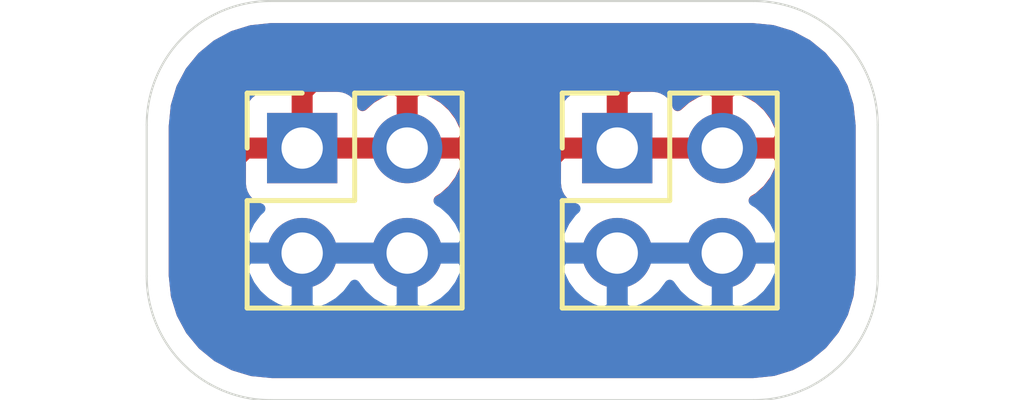
<source format=kicad_pcb>
(kicad_pcb (version 20171130) (host pcbnew "(5.1.4)-1")

  (general
    (thickness 1.6)
    (drawings 24)
    (tracks 0)
    (zones 0)
    (modules 2)
    (nets 3)
  )

  (page A4)
  (layers
    (0 F.Cu signal)
    (31 B.Cu signal)
    (32 B.Adhes user)
    (33 F.Adhes user)
    (34 B.Paste user)
    (35 F.Paste user)
    (36 B.SilkS user)
    (37 F.SilkS user)
    (38 B.Mask user)
    (39 F.Mask user)
    (40 Dwgs.User user hide)
    (41 Cmts.User user)
    (42 Eco1.User user)
    (43 Eco2.User user)
    (44 Edge.Cuts user)
    (45 Margin user)
    (46 B.CrtYd user)
    (47 F.CrtYd user)
    (48 B.Fab user)
    (49 F.Fab user)
  )

  (setup
    (last_trace_width 0.25)
    (trace_clearance 0.2)
    (zone_clearance 0.508)
    (zone_45_only no)
    (trace_min 0.2)
    (via_size 0.8)
    (via_drill 0.4)
    (via_min_size 0.4)
    (via_min_drill 0.3)
    (uvia_size 0.3)
    (uvia_drill 0.1)
    (uvias_allowed no)
    (uvia_min_size 0.2)
    (uvia_min_drill 0.1)
    (edge_width 0.05)
    (segment_width 0.2)
    (pcb_text_width 0.3)
    (pcb_text_size 1.5 1.5)
    (mod_edge_width 0.12)
    (mod_text_size 1 1)
    (mod_text_width 0.15)
    (pad_size 1.524 1.524)
    (pad_drill 0.762)
    (pad_to_mask_clearance 0.051)
    (solder_mask_min_width 0.25)
    (aux_axis_origin 0 0)
    (visible_elements FFFFFF7F)
    (pcbplotparams
      (layerselection 0x010fc_ffffffff)
      (usegerberextensions false)
      (usegerberattributes false)
      (usegerberadvancedattributes false)
      (creategerberjobfile false)
      (excludeedgelayer true)
      (linewidth 0.100000)
      (plotframeref false)
      (viasonmask false)
      (mode 1)
      (useauxorigin false)
      (hpglpennumber 1)
      (hpglpenspeed 20)
      (hpglpendiameter 15.000000)
      (psnegative false)
      (psa4output false)
      (plotreference true)
      (plotvalue true)
      (plotinvisibletext false)
      (padsonsilk false)
      (subtractmaskfromsilk false)
      (outputformat 1)
      (mirror false)
      (drillshape 1)
      (scaleselection 1)
      (outputdirectory ""))
  )

  (net 0 "")
  (net 1 /Power2)
  (net 2 /Power1)

  (net_class Default "This is the default net class."
    (clearance 0.2)
    (trace_width 0.25)
    (via_dia 0.8)
    (via_drill 0.4)
    (uvia_dia 0.3)
    (uvia_drill 0.1)
    (add_net /Power1)
    (add_net /Power2)
  )

  (module Connector_PinHeader_2.54mm:PinHeader_2x02_P2.54mm_Vertical (layer F.Cu) (tedit 59FED5CC) (tstamp 6275A000)
    (at 147.066 107.0356)
    (descr "Through hole straight pin header, 2x02, 2.54mm pitch, double rows")
    (tags "Through hole pin header THT 2x02 2.54mm double row")
    (path /627556C5)
    (fp_text reference J2 (at 1.27 -2.33) (layer F.SilkS) hide
      (effects (font (size 1 1) (thickness 0.15)))
    )
    (fp_text value Conn_02x02_Odd_Even (at 1.27 4.87) (layer F.Fab)
      (effects (font (size 1 1) (thickness 0.15)))
    )
    (fp_text user %R (at 1.27 1.27 90) (layer F.Fab)
      (effects (font (size 1 1) (thickness 0.15)))
    )
    (fp_line (start 4.35 -1.8) (end -1.8 -1.8) (layer F.CrtYd) (width 0.05))
    (fp_line (start 4.35 4.35) (end 4.35 -1.8) (layer F.CrtYd) (width 0.05))
    (fp_line (start -1.8 4.35) (end 4.35 4.35) (layer F.CrtYd) (width 0.05))
    (fp_line (start -1.8 -1.8) (end -1.8 4.35) (layer F.CrtYd) (width 0.05))
    (fp_line (start -1.33 -1.33) (end 0 -1.33) (layer F.SilkS) (width 0.12))
    (fp_line (start -1.33 0) (end -1.33 -1.33) (layer F.SilkS) (width 0.12))
    (fp_line (start 1.27 -1.33) (end 3.87 -1.33) (layer F.SilkS) (width 0.12))
    (fp_line (start 1.27 1.27) (end 1.27 -1.33) (layer F.SilkS) (width 0.12))
    (fp_line (start -1.33 1.27) (end 1.27 1.27) (layer F.SilkS) (width 0.12))
    (fp_line (start 3.87 -1.33) (end 3.87 3.87) (layer F.SilkS) (width 0.12))
    (fp_line (start -1.33 1.27) (end -1.33 3.87) (layer F.SilkS) (width 0.12))
    (fp_line (start -1.33 3.87) (end 3.87 3.87) (layer F.SilkS) (width 0.12))
    (fp_line (start -1.27 0) (end 0 -1.27) (layer F.Fab) (width 0.1))
    (fp_line (start -1.27 3.81) (end -1.27 0) (layer F.Fab) (width 0.1))
    (fp_line (start 3.81 3.81) (end -1.27 3.81) (layer F.Fab) (width 0.1))
    (fp_line (start 3.81 -1.27) (end 3.81 3.81) (layer F.Fab) (width 0.1))
    (fp_line (start 0 -1.27) (end 3.81 -1.27) (layer F.Fab) (width 0.1))
    (pad 4 thru_hole oval (at 2.54 2.54) (size 1.7 1.7) (drill 1) (layers *.Cu *.Mask)
      (net 1 /Power2))
    (pad 3 thru_hole oval (at 0 2.54) (size 1.7 1.7) (drill 1) (layers *.Cu *.Mask)
      (net 1 /Power2))
    (pad 2 thru_hole oval (at 2.54 0) (size 1.7 1.7) (drill 1) (layers *.Cu *.Mask)
      (net 2 /Power1))
    (pad 1 thru_hole rect (at 0 0) (size 1.7 1.7) (drill 1) (layers *.Cu *.Mask)
      (net 2 /Power1))
    (model ${KISYS3DMOD}/Connector_PinHeader_2.54mm.3dshapes/PinHeader_2x02_P2.54mm_Vertical.wrl
      (at (xyz 0 0 0))
      (scale (xyz 1 1 1))
      (rotate (xyz 0 0 0))
    )
  )

  (module Connector_PinHeader_2.54mm:PinHeader_2x02_P2.54mm_Vertical (layer F.Cu) (tedit 59FED5CC) (tstamp 62759F0B)
    (at 139.446 107.0356)
    (descr "Through hole straight pin header, 2x02, 2.54mm pitch, double rows")
    (tags "Through hole pin header THT 2x02 2.54mm double row")
    (path /62754DA5)
    (fp_text reference J1 (at 1.27 -2.33) (layer F.SilkS) hide
      (effects (font (size 1 1) (thickness 0.15)))
    )
    (fp_text value Conn_02x02_Odd_Even (at 1.27 4.87) (layer F.Fab)
      (effects (font (size 1 1) (thickness 0.15)))
    )
    (fp_text user %R (at 1.27 1.27 90) (layer F.Fab)
      (effects (font (size 1 1) (thickness 0.15)))
    )
    (fp_line (start 4.35 -1.8) (end -1.8 -1.8) (layer F.CrtYd) (width 0.05))
    (fp_line (start 4.35 4.35) (end 4.35 -1.8) (layer F.CrtYd) (width 0.05))
    (fp_line (start -1.8 4.35) (end 4.35 4.35) (layer F.CrtYd) (width 0.05))
    (fp_line (start -1.8 -1.8) (end -1.8 4.35) (layer F.CrtYd) (width 0.05))
    (fp_line (start -1.33 -1.33) (end 0 -1.33) (layer F.SilkS) (width 0.12))
    (fp_line (start -1.33 0) (end -1.33 -1.33) (layer F.SilkS) (width 0.12))
    (fp_line (start 1.27 -1.33) (end 3.87 -1.33) (layer F.SilkS) (width 0.12))
    (fp_line (start 1.27 1.27) (end 1.27 -1.33) (layer F.SilkS) (width 0.12))
    (fp_line (start -1.33 1.27) (end 1.27 1.27) (layer F.SilkS) (width 0.12))
    (fp_line (start 3.87 -1.33) (end 3.87 3.87) (layer F.SilkS) (width 0.12))
    (fp_line (start -1.33 1.27) (end -1.33 3.87) (layer F.SilkS) (width 0.12))
    (fp_line (start -1.33 3.87) (end 3.87 3.87) (layer F.SilkS) (width 0.12))
    (fp_line (start -1.27 0) (end 0 -1.27) (layer F.Fab) (width 0.1))
    (fp_line (start -1.27 3.81) (end -1.27 0) (layer F.Fab) (width 0.1))
    (fp_line (start 3.81 3.81) (end -1.27 3.81) (layer F.Fab) (width 0.1))
    (fp_line (start 3.81 -1.27) (end 3.81 3.81) (layer F.Fab) (width 0.1))
    (fp_line (start 0 -1.27) (end 3.81 -1.27) (layer F.Fab) (width 0.1))
    (pad 4 thru_hole oval (at 2.54 2.54) (size 1.7 1.7) (drill 1) (layers *.Cu *.Mask)
      (net 1 /Power2))
    (pad 3 thru_hole oval (at 0 2.54) (size 1.7 1.7) (drill 1) (layers *.Cu *.Mask)
      (net 1 /Power2))
    (pad 2 thru_hole oval (at 2.54 0) (size 1.7 1.7) (drill 1) (layers *.Cu *.Mask)
      (net 2 /Power1))
    (pad 1 thru_hole rect (at 0 0) (size 1.7 1.7) (drill 1) (layers *.Cu *.Mask)
      (net 2 /Power1))
    (model ${KISYS3DMOD}/Connector_PinHeader_2.54mm.3dshapes/PinHeader_2x02_P2.54mm_Vertical.wrl
      (at (xyz 0 0 0))
      (scale (xyz 1 1 1))
      (rotate (xyz 0 0 0))
    )
  )

  (gr_line (start 153.3652 106.4768) (end 153.3652 110.1344) (layer Edge.Cuts) (width 0.05) (tstamp 6275A0AF))
  (gr_line (start 138.684 103.4796) (end 150.368 103.4796) (layer Edge.Cuts) (width 0.05) (tstamp 6275A0AE))
  (gr_line (start 135.6868 110.1344) (end 135.6868 106.4768) (layer Edge.Cuts) (width 0.05) (tstamp 6275A0AD))
  (gr_line (start 150.368 113.1316) (end 138.684 113.1316) (layer Edge.Cuts) (width 0.05) (tstamp 6275A0AC))
  (gr_line (start 135.6868 108.3056) (end 135.6868 103.4796) (layer Dwgs.User) (width 0.15) (tstamp 6275A09E))
  (gr_line (start 135.6868 113.1316) (end 135.6868 108.3056) (layer Dwgs.User) (width 0.15) (tstamp 6275A09C))
  (gr_line (start 153.3652 113.1316) (end 153.3652 108.3056) (layer Dwgs.User) (width 0.15) (tstamp 6275A09A))
  (gr_line (start 153.3652 108.3056) (end 153.3652 103.4796) (layer Dwgs.User) (width 0.15) (tstamp 6275A098))
  (gr_line (start 135.6868 103.4796) (end 144.526 103.4796) (layer Dwgs.User) (width 0.15) (tstamp 6275A095))
  (gr_line (start 153.3652 103.4796) (end 144.526 103.4796) (layer Dwgs.User) (width 0.15) (tstamp 6275A092))
  (gr_line (start 153.3652 113.1316) (end 144.526 113.1316) (layer Dwgs.User) (width 0.15) (tstamp 6275A08E))
  (gr_line (start 135.6868 113.1316) (end 144.526 113.1316) (layer Dwgs.User) (width 0.15) (tstamp 6275A08C))
  (gr_line (start 144.526 113.1316) (end 144.526 108.3056) (layer Dwgs.User) (width 0.15) (tstamp 6275A088))
  (gr_line (start 144.526 108.3056) (end 144.526 103.4796) (layer Dwgs.User) (width 0.15))
  (gr_line (start 135.6868 108.3056) (end 144.526 108.3056) (layer Dwgs.User) (width 0.15) (tstamp 6275A085))
  (gr_line (start 144.526 108.3056) (end 153.3652 108.3056) (layer Dwgs.User) (width 0.15))
  (gr_line (start 139.446 109.5756) (end 149.606 107.0356) (layer Dwgs.User) (width 0.15))
  (gr_line (start 139.446 107.0356) (end 149.606 109.5756) (layer Dwgs.User) (width 0.15))
  (dimension 10.16 (width 0.15) (layer Dwgs.User)
    (gr_text "10.160 mm" (at 144.526 95.7788) (layer Dwgs.User)
      (effects (font (size 1 1) (thickness 0.15)))
    )
    (feature1 (pts (xy 149.606 107.0356) (xy 149.606 96.492379)))
    (feature2 (pts (xy 139.446 107.0356) (xy 139.446 96.492379)))
    (crossbar (pts (xy 139.446 97.0788) (xy 149.606 97.0788)))
    (arrow1a (pts (xy 149.606 97.0788) (xy 148.479496 97.665221)))
    (arrow1b (pts (xy 149.606 97.0788) (xy 148.479496 96.492379)))
    (arrow2a (pts (xy 139.446 97.0788) (xy 140.572504 97.665221)))
    (arrow2b (pts (xy 139.446 97.0788) (xy 140.572504 96.492379)))
  )
  (dimension 5.08 (width 0.15) (layer Dwgs.User)
    (gr_text "5.080 mm" (at 144.526 98.7252) (layer Dwgs.User)
      (effects (font (size 1 1) (thickness 0.15)))
    )
    (feature1 (pts (xy 147.066 107.0356) (xy 147.066 99.438779)))
    (feature2 (pts (xy 141.986 107.0356) (xy 141.986 99.438779)))
    (crossbar (pts (xy 141.986 100.0252) (xy 147.066 100.0252)))
    (arrow1a (pts (xy 147.066 100.0252) (xy 145.939496 100.611621)))
    (arrow1b (pts (xy 147.066 100.0252) (xy 145.939496 99.438779)))
    (arrow2a (pts (xy 141.986 100.0252) (xy 143.112504 100.611621)))
    (arrow2b (pts (xy 141.986 100.0252) (xy 143.112504 99.438779)))
  )
  (gr_arc (start 138.684 110.1344) (end 135.6868 110.1344) (angle -90) (layer Edge.Cuts) (width 0.05) (tstamp 62759F62))
  (gr_arc (start 150.368 110.1344) (end 150.368 113.1316) (angle -90) (layer Edge.Cuts) (width 0.05) (tstamp 62759F5D))
  (gr_arc (start 138.684 106.4768) (end 138.684 103.4796) (angle -90) (layer Edge.Cuts) (width 0.05) (tstamp 62759F59))
  (gr_arc (start 150.368 106.4768) (end 153.3652 106.4768) (angle -90) (layer Edge.Cuts) (width 0.05))

  (zone (net 2) (net_name /Power1) (layer F.Cu) (tstamp 0) (hatch edge 0.508)
    (connect_pads (clearance 0.508))
    (min_thickness 0.254)
    (fill yes (arc_segments 32) (thermal_gap 0.508) (thermal_bridge_width 0.508))
    (polygon
      (pts
        (xy 135.6868 110.236) (xy 135.6868 110.3376) (xy 135.6868 110.3884) (xy 135.7376 110.6932) (xy 135.89 111.2012)
        (xy 135.9916 111.506) (xy 136.2964 111.9124) (xy 136.7028 112.3696) (xy 137.2108 112.7252) (xy 137.8712 113.03)
        (xy 138.6332 113.1316) (xy 139.954 113.1316) (xy 141.6812 113.1316) (xy 149.3012 113.1316) (xy 150.622 113.1316)
        (xy 151.3332 112.9792) (xy 151.8412 112.7252) (xy 152.4508 112.3188) (xy 152.8064 111.8616) (xy 153.0604 111.4044)
        (xy 153.2636 110.8456) (xy 153.3144 110.49) (xy 153.3652 110.1852) (xy 153.3652 109.3724) (xy 153.3652 108.6612)
        (xy 153.3652 107.188) (xy 153.3652 106.3752) (xy 153.3144 106.0704) (xy 153.2636 105.664) (xy 153.0604 105.156)
        (xy 152.8064 104.7496) (xy 152.5016 104.394) (xy 152.146 104.0892) (xy 151.7396 103.8352) (xy 151.2316 103.632)
        (xy 150.7236 103.5304) (xy 150.114 103.4796) (xy 138.6332 103.4796) (xy 138.0236 103.5812) (xy 137.414 103.7844)
        (xy 136.8552 104.14) (xy 136.3472 104.648) (xy 136.0932 105.0036) (xy 135.8392 105.5624) (xy 135.7376 106.172)
        (xy 135.6868 106.9848) (xy 135.636 108.1024) (xy 135.6868 109.1692) (xy 135.6868 110.0836)
      )
    )
    (filled_polygon
      (pts
        (xy 150.821347 104.187216) (xy 151.257432 104.318878) (xy 151.659635 104.532732) (xy 152.01264 104.820637) (xy 152.303002 105.171623)
        (xy 152.51966 105.572323) (xy 152.654364 106.007481) (xy 152.7052 106.491164) (xy 152.705201 110.102111) (xy 152.657584 110.587748)
        (xy 152.525922 111.023831) (xy 152.312067 111.426036) (xy 152.024163 111.77904) (xy 151.673174 112.069403) (xy 151.272477 112.28606)
        (xy 150.837319 112.420764) (xy 150.353644 112.4716) (xy 138.716279 112.4716) (xy 138.230652 112.423984) (xy 137.794569 112.292322)
        (xy 137.392364 112.078467) (xy 137.03936 111.790563) (xy 136.748997 111.439574) (xy 136.53234 111.038877) (xy 136.397636 110.603719)
        (xy 136.3468 110.120044) (xy 136.3468 109.5756) (xy 137.953815 109.5756) (xy 137.982487 109.866711) (xy 138.067401 110.146634)
        (xy 138.205294 110.404614) (xy 138.390866 110.630734) (xy 138.616986 110.816306) (xy 138.874966 110.954199) (xy 139.154889 111.039113)
        (xy 139.37305 111.0606) (xy 139.51895 111.0606) (xy 139.737111 111.039113) (xy 140.017034 110.954199) (xy 140.275014 110.816306)
        (xy 140.501134 110.630734) (xy 140.686706 110.404614) (xy 140.716 110.349809) (xy 140.745294 110.404614) (xy 140.930866 110.630734)
        (xy 141.156986 110.816306) (xy 141.414966 110.954199) (xy 141.694889 111.039113) (xy 141.91305 111.0606) (xy 142.05895 111.0606)
        (xy 142.277111 111.039113) (xy 142.557034 110.954199) (xy 142.815014 110.816306) (xy 143.041134 110.630734) (xy 143.226706 110.404614)
        (xy 143.364599 110.146634) (xy 143.449513 109.866711) (xy 143.478185 109.5756) (xy 145.573815 109.5756) (xy 145.602487 109.866711)
        (xy 145.687401 110.146634) (xy 145.825294 110.404614) (xy 146.010866 110.630734) (xy 146.236986 110.816306) (xy 146.494966 110.954199)
        (xy 146.774889 111.039113) (xy 146.99305 111.0606) (xy 147.13895 111.0606) (xy 147.357111 111.039113) (xy 147.637034 110.954199)
        (xy 147.895014 110.816306) (xy 148.121134 110.630734) (xy 148.306706 110.404614) (xy 148.336 110.349809) (xy 148.365294 110.404614)
        (xy 148.550866 110.630734) (xy 148.776986 110.816306) (xy 149.034966 110.954199) (xy 149.314889 111.039113) (xy 149.53305 111.0606)
        (xy 149.67895 111.0606) (xy 149.897111 111.039113) (xy 150.177034 110.954199) (xy 150.435014 110.816306) (xy 150.661134 110.630734)
        (xy 150.846706 110.404614) (xy 150.984599 110.146634) (xy 151.069513 109.866711) (xy 151.098185 109.5756) (xy 151.069513 109.284489)
        (xy 150.984599 109.004566) (xy 150.846706 108.746586) (xy 150.661134 108.520466) (xy 150.435014 108.334894) (xy 150.370477 108.300399)
        (xy 150.487355 108.230778) (xy 150.703588 108.035869) (xy 150.877641 107.80252) (xy 151.002825 107.539699) (xy 151.047476 107.39249)
        (xy 150.926155 107.1626) (xy 149.733 107.1626) (xy 149.733 107.1826) (xy 149.479 107.1826) (xy 149.479 107.1626)
        (xy 147.193 107.1626) (xy 147.193 107.1826) (xy 146.939 107.1826) (xy 146.939 107.1626) (xy 145.73975 107.1626)
        (xy 145.581 107.32135) (xy 145.577928 107.8856) (xy 145.590188 108.010082) (xy 145.626498 108.12978) (xy 145.685463 108.240094)
        (xy 145.764815 108.336785) (xy 145.861506 108.416137) (xy 145.97182 108.475102) (xy 146.040687 108.495993) (xy 146.010866 108.520466)
        (xy 145.825294 108.746586) (xy 145.687401 109.004566) (xy 145.602487 109.284489) (xy 145.573815 109.5756) (xy 143.478185 109.5756)
        (xy 143.449513 109.284489) (xy 143.364599 109.004566) (xy 143.226706 108.746586) (xy 143.041134 108.520466) (xy 142.815014 108.334894)
        (xy 142.750477 108.300399) (xy 142.867355 108.230778) (xy 143.083588 108.035869) (xy 143.257641 107.80252) (xy 143.382825 107.539699)
        (xy 143.427476 107.39249) (xy 143.306155 107.1626) (xy 142.113 107.1626) (xy 142.113 107.1826) (xy 141.859 107.1826)
        (xy 141.859 107.1626) (xy 139.573 107.1626) (xy 139.573 107.1826) (xy 139.319 107.1826) (xy 139.319 107.1626)
        (xy 138.11975 107.1626) (xy 137.961 107.32135) (xy 137.957928 107.8856) (xy 137.970188 108.010082) (xy 138.006498 108.12978)
        (xy 138.065463 108.240094) (xy 138.144815 108.336785) (xy 138.241506 108.416137) (xy 138.35182 108.475102) (xy 138.420687 108.495993)
        (xy 138.390866 108.520466) (xy 138.205294 108.746586) (xy 138.067401 109.004566) (xy 137.982487 109.284489) (xy 137.953815 109.5756)
        (xy 136.3468 109.5756) (xy 136.3468 106.509079) (xy 136.378517 106.1856) (xy 137.957928 106.1856) (xy 137.961 106.74985)
        (xy 138.11975 106.9086) (xy 139.319 106.9086) (xy 139.319 105.70935) (xy 139.573 105.70935) (xy 139.573 106.9086)
        (xy 141.859 106.9086) (xy 141.859 105.714786) (xy 142.113 105.714786) (xy 142.113 106.9086) (xy 143.306155 106.9086)
        (xy 143.427476 106.67871) (xy 143.382825 106.531501) (xy 143.257641 106.26868) (xy 143.195673 106.1856) (xy 145.577928 106.1856)
        (xy 145.581 106.74985) (xy 145.73975 106.9086) (xy 146.939 106.9086) (xy 146.939 105.70935) (xy 147.193 105.70935)
        (xy 147.193 106.9086) (xy 149.479 106.9086) (xy 149.479 105.714786) (xy 149.733 105.714786) (xy 149.733 106.9086)
        (xy 150.926155 106.9086) (xy 151.047476 106.67871) (xy 151.002825 106.531501) (xy 150.877641 106.26868) (xy 150.703588 106.035331)
        (xy 150.487355 105.840422) (xy 150.237252 105.691443) (xy 149.962891 105.594119) (xy 149.733 105.714786) (xy 149.479 105.714786)
        (xy 149.249109 105.594119) (xy 148.974748 105.691443) (xy 148.724645 105.840422) (xy 148.528498 106.017226) (xy 148.505502 105.94142)
        (xy 148.446537 105.831106) (xy 148.367185 105.734415) (xy 148.270494 105.655063) (xy 148.16018 105.596098) (xy 148.040482 105.559788)
        (xy 147.916 105.547528) (xy 147.35175 105.5506) (xy 147.193 105.70935) (xy 146.939 105.70935) (xy 146.78025 105.5506)
        (xy 146.216 105.547528) (xy 146.091518 105.559788) (xy 145.97182 105.596098) (xy 145.861506 105.655063) (xy 145.764815 105.734415)
        (xy 145.685463 105.831106) (xy 145.626498 105.94142) (xy 145.590188 106.061118) (xy 145.577928 106.1856) (xy 143.195673 106.1856)
        (xy 143.083588 106.035331) (xy 142.867355 105.840422) (xy 142.617252 105.691443) (xy 142.342891 105.594119) (xy 142.113 105.714786)
        (xy 141.859 105.714786) (xy 141.629109 105.594119) (xy 141.354748 105.691443) (xy 141.104645 105.840422) (xy 140.908498 106.017226)
        (xy 140.885502 105.94142) (xy 140.826537 105.831106) (xy 140.747185 105.734415) (xy 140.650494 105.655063) (xy 140.54018 105.596098)
        (xy 140.420482 105.559788) (xy 140.296 105.547528) (xy 139.73175 105.5506) (xy 139.573 105.70935) (xy 139.319 105.70935)
        (xy 139.16025 105.5506) (xy 138.596 105.547528) (xy 138.471518 105.559788) (xy 138.35182 105.596098) (xy 138.241506 105.655063)
        (xy 138.144815 105.734415) (xy 138.065463 105.831106) (xy 138.006498 105.94142) (xy 137.970188 106.061118) (xy 137.957928 106.1856)
        (xy 136.378517 106.1856) (xy 136.394416 106.023453) (xy 136.526078 105.587368) (xy 136.739932 105.185165) (xy 137.027837 104.83216)
        (xy 137.378823 104.541798) (xy 137.779523 104.32514) (xy 138.214681 104.190436) (xy 138.698364 104.1396) (xy 150.335721 104.1396)
      )
    )
  )
  (zone (net 1) (net_name /Power2) (layer B.Cu) (tstamp 0) (hatch edge 0.508)
    (connect_pads (clearance 0.508))
    (min_thickness 0.254)
    (fill yes (arc_segments 32) (thermal_gap 0.508) (thermal_bridge_width 0.508))
    (polygon
      (pts
        (xy 135.6868 107.8992) (xy 135.7376 110.6424) (xy 135.9916 111.4044) (xy 136.3472 111.9632) (xy 136.8552 112.522)
        (xy 137.5664 112.9284) (xy 138.4808 113.1316) (xy 140.6652 113.1316) (xy 143.4084 113.1316) (xy 150.368 113.1316)
        (xy 150.9776 113.03) (xy 151.6888 112.776) (xy 152.1968 112.4712) (xy 152.654 112.014) (xy 153.0096 111.506)
        (xy 153.2128 111.0488) (xy 153.3144 110.49) (xy 153.3652 110.1852) (xy 153.3652 106.3244) (xy 153.2636 105.664)
        (xy 153.0604 105.2068) (xy 152.6032 104.4956) (xy 152.1968 104.14) (xy 151.638 103.7844) (xy 151.13 103.5812)
        (xy 150.4188 103.4796) (xy 138.8872 103.4796) (xy 138.2776 103.5304) (xy 137.7188 103.632) (xy 137.1092 103.9368)
        (xy 136.652 104.2924) (xy 136.2964 104.648) (xy 136.0424 105.156) (xy 135.8392 105.5624) (xy 135.6868 106.2736)
        (xy 135.6868 107.2388)
      )
    )
    (filled_polygon
      (pts
        (xy 150.821347 104.187216) (xy 151.257432 104.318878) (xy 151.659635 104.532732) (xy 152.01264 104.820637) (xy 152.303002 105.171623)
        (xy 152.51966 105.572323) (xy 152.654364 106.007481) (xy 152.7052 106.491164) (xy 152.705201 110.102111) (xy 152.657584 110.587748)
        (xy 152.525922 111.023831) (xy 152.312067 111.426036) (xy 152.024163 111.77904) (xy 151.673174 112.069403) (xy 151.272477 112.28606)
        (xy 150.837319 112.420764) (xy 150.353644 112.4716) (xy 138.716279 112.4716) (xy 138.230652 112.423984) (xy 137.794569 112.292322)
        (xy 137.392364 112.078467) (xy 137.03936 111.790563) (xy 136.748997 111.439574) (xy 136.53234 111.038877) (xy 136.397636 110.603719)
        (xy 136.3468 110.120044) (xy 136.3468 109.93249) (xy 138.004524 109.93249) (xy 138.049175 110.079699) (xy 138.174359 110.34252)
        (xy 138.348412 110.575869) (xy 138.564645 110.770778) (xy 138.814748 110.919757) (xy 139.089109 111.017081) (xy 139.319 110.896414)
        (xy 139.319 109.7026) (xy 139.573 109.7026) (xy 139.573 110.896414) (xy 139.802891 111.017081) (xy 140.077252 110.919757)
        (xy 140.327355 110.770778) (xy 140.543588 110.575869) (xy 140.716 110.34472) (xy 140.888412 110.575869) (xy 141.104645 110.770778)
        (xy 141.354748 110.919757) (xy 141.629109 111.017081) (xy 141.859 110.896414) (xy 141.859 109.7026) (xy 142.113 109.7026)
        (xy 142.113 110.896414) (xy 142.342891 111.017081) (xy 142.617252 110.919757) (xy 142.867355 110.770778) (xy 143.083588 110.575869)
        (xy 143.257641 110.34252) (xy 143.382825 110.079699) (xy 143.427476 109.93249) (xy 145.624524 109.93249) (xy 145.669175 110.079699)
        (xy 145.794359 110.34252) (xy 145.968412 110.575869) (xy 146.184645 110.770778) (xy 146.434748 110.919757) (xy 146.709109 111.017081)
        (xy 146.939 110.896414) (xy 146.939 109.7026) (xy 147.193 109.7026) (xy 147.193 110.896414) (xy 147.422891 111.017081)
        (xy 147.697252 110.919757) (xy 147.947355 110.770778) (xy 148.163588 110.575869) (xy 148.336 110.34472) (xy 148.508412 110.575869)
        (xy 148.724645 110.770778) (xy 148.974748 110.919757) (xy 149.249109 111.017081) (xy 149.479 110.896414) (xy 149.479 109.7026)
        (xy 149.733 109.7026) (xy 149.733 110.896414) (xy 149.962891 111.017081) (xy 150.237252 110.919757) (xy 150.487355 110.770778)
        (xy 150.703588 110.575869) (xy 150.877641 110.34252) (xy 151.002825 110.079699) (xy 151.047476 109.93249) (xy 150.926155 109.7026)
        (xy 149.733 109.7026) (xy 149.479 109.7026) (xy 147.193 109.7026) (xy 146.939 109.7026) (xy 145.745845 109.7026)
        (xy 145.624524 109.93249) (xy 143.427476 109.93249) (xy 143.306155 109.7026) (xy 142.113 109.7026) (xy 141.859 109.7026)
        (xy 139.573 109.7026) (xy 139.319 109.7026) (xy 138.125845 109.7026) (xy 138.004524 109.93249) (xy 136.3468 109.93249)
        (xy 136.3468 106.509079) (xy 136.378517 106.1856) (xy 137.957928 106.1856) (xy 137.957928 107.8856) (xy 137.970188 108.010082)
        (xy 138.006498 108.12978) (xy 138.065463 108.240094) (xy 138.144815 108.336785) (xy 138.241506 108.416137) (xy 138.35182 108.475102)
        (xy 138.432466 108.499566) (xy 138.348412 108.575331) (xy 138.174359 108.80868) (xy 138.049175 109.071501) (xy 138.004524 109.21871)
        (xy 138.125845 109.4486) (xy 139.319 109.4486) (xy 139.319 109.4286) (xy 139.573 109.4286) (xy 139.573 109.4486)
        (xy 141.859 109.4486) (xy 141.859 109.4286) (xy 142.113 109.4286) (xy 142.113 109.4486) (xy 143.306155 109.4486)
        (xy 143.427476 109.21871) (xy 143.382825 109.071501) (xy 143.257641 108.80868) (xy 143.083588 108.575331) (xy 142.867355 108.380422)
        (xy 142.750477 108.310801) (xy 142.815014 108.276306) (xy 143.041134 108.090734) (xy 143.226706 107.864614) (xy 143.364599 107.606634)
        (xy 143.449513 107.326711) (xy 143.478185 107.0356) (xy 143.449513 106.744489) (xy 143.364599 106.464566) (xy 143.226706 106.206586)
        (xy 143.209484 106.1856) (xy 145.577928 106.1856) (xy 145.577928 107.8856) (xy 145.590188 108.010082) (xy 145.626498 108.12978)
        (xy 145.685463 108.240094) (xy 145.764815 108.336785) (xy 145.861506 108.416137) (xy 145.97182 108.475102) (xy 146.052466 108.499566)
        (xy 145.968412 108.575331) (xy 145.794359 108.80868) (xy 145.669175 109.071501) (xy 145.624524 109.21871) (xy 145.745845 109.4486)
        (xy 146.939 109.4486) (xy 146.939 109.4286) (xy 147.193 109.4286) (xy 147.193 109.4486) (xy 149.479 109.4486)
        (xy 149.479 109.4286) (xy 149.733 109.4286) (xy 149.733 109.4486) (xy 150.926155 109.4486) (xy 151.047476 109.21871)
        (xy 151.002825 109.071501) (xy 150.877641 108.80868) (xy 150.703588 108.575331) (xy 150.487355 108.380422) (xy 150.370477 108.310801)
        (xy 150.435014 108.276306) (xy 150.661134 108.090734) (xy 150.846706 107.864614) (xy 150.984599 107.606634) (xy 151.069513 107.326711)
        (xy 151.098185 107.0356) (xy 151.069513 106.744489) (xy 150.984599 106.464566) (xy 150.846706 106.206586) (xy 150.661134 105.980466)
        (xy 150.435014 105.794894) (xy 150.177034 105.657001) (xy 149.897111 105.572087) (xy 149.67895 105.5506) (xy 149.53305 105.5506)
        (xy 149.314889 105.572087) (xy 149.034966 105.657001) (xy 148.776986 105.794894) (xy 148.550866 105.980466) (xy 148.526393 106.010287)
        (xy 148.505502 105.94142) (xy 148.446537 105.831106) (xy 148.367185 105.734415) (xy 148.270494 105.655063) (xy 148.16018 105.596098)
        (xy 148.040482 105.559788) (xy 147.916 105.547528) (xy 146.216 105.547528) (xy 146.091518 105.559788) (xy 145.97182 105.596098)
        (xy 145.861506 105.655063) (xy 145.764815 105.734415) (xy 145.685463 105.831106) (xy 145.626498 105.94142) (xy 145.590188 106.061118)
        (xy 145.577928 106.1856) (xy 143.209484 106.1856) (xy 143.041134 105.980466) (xy 142.815014 105.794894) (xy 142.557034 105.657001)
        (xy 142.277111 105.572087) (xy 142.05895 105.5506) (xy 141.91305 105.5506) (xy 141.694889 105.572087) (xy 141.414966 105.657001)
        (xy 141.156986 105.794894) (xy 140.930866 105.980466) (xy 140.906393 106.010287) (xy 140.885502 105.94142) (xy 140.826537 105.831106)
        (xy 140.747185 105.734415) (xy 140.650494 105.655063) (xy 140.54018 105.596098) (xy 140.420482 105.559788) (xy 140.296 105.547528)
        (xy 138.596 105.547528) (xy 138.471518 105.559788) (xy 138.35182 105.596098) (xy 138.241506 105.655063) (xy 138.144815 105.734415)
        (xy 138.065463 105.831106) (xy 138.006498 105.94142) (xy 137.970188 106.061118) (xy 137.957928 106.1856) (xy 136.378517 106.1856)
        (xy 136.394416 106.023453) (xy 136.526078 105.587368) (xy 136.739932 105.185165) (xy 137.027837 104.83216) (xy 137.378823 104.541798)
        (xy 137.779523 104.32514) (xy 138.214681 104.190436) (xy 138.698364 104.1396) (xy 150.335721 104.1396)
      )
    )
  )
)

</source>
